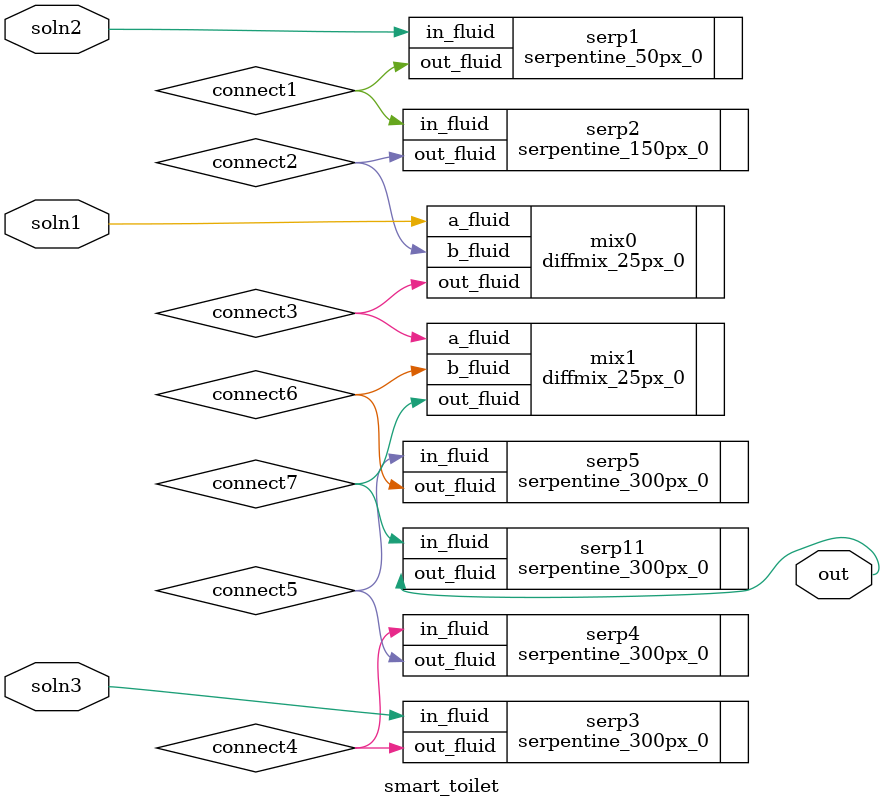
<source format=v>
module smart_toilet (
    soln1,
    soln2,
    soln3,
    out
);

input   soln1, soln2, soln3;
output  out;

// connect0,  

wire    connect1,  connect2,  connect3,  connect4,  connect5,  connect6,  connect7;
//,  connect8,  connect9,
//        connect10, connect11, connect12;

// serpentine_25px_0   serp0   (.in_fluid(soln1), .out_fluid(connect0));

serpentine_50px_0   serp1   (.in_fluid(soln2), .out_fluid(connect1));
serpentine_150px_0  serp2   (.in_fluid(connect1), .out_fluid(connect2));

diffmix_25px_0      mix0    (.a_fluid(soln1), .b_fluid(connect2), .out_fluid(connect3));

serpentine_300px_0  serp3   (.in_fluid(soln3), .out_fluid(connect4));
serpentine_300px_0  serp4   (.in_fluid(connect4), .out_fluid(connect5));
serpentine_300px_0  serp5   (.in_fluid(connect5), .out_fluid(connect6));
// serpentine_300px_0  serp6   (.in_fluid(connect6), .out_fluid(connect8));
// serpentine_300px_0  serp7   (.in_fluid(connect8), .out_fluid(connect9));
// serpentine_300px_0  serp8   (.in_fluid(connect9), .out_fluid(connect10));
// serpentine_300px_0  serp9   (.in_fluid(connect10), .out_fluid(connect11));
// serpentine_300px_0  serp10  (.in_fluid(connect11), .out_fluid(connect12));

diffmix_25px_0      mix1    (.a_fluid(connect3), .b_fluid(connect6), .out_fluid(connect7));

serpentine_300px_0  serp11  (.in_fluid(connect7), .out_fluid(out));

endmodule
</source>
